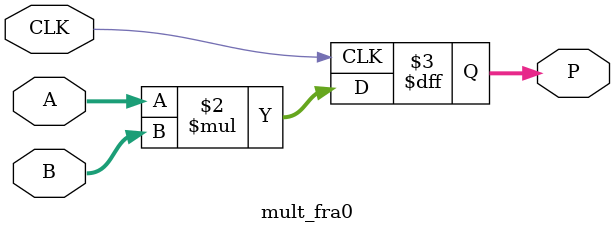
<source format=v>
`timescale 1ns / 1ps


module mult_fra0 #(
    parameter WIDT_A = 8,
    parameter WIDT_B = 8
) (
    input CLK,
    input [WIDT_A-1:0] A,
    input [WIDT_B-1:0] B,

    output reg [WIDT_B+WIDT_A-1:0] P
);

  always @(posedge CLK) begin
    P <= A * B;
  end


endmodule

</source>
